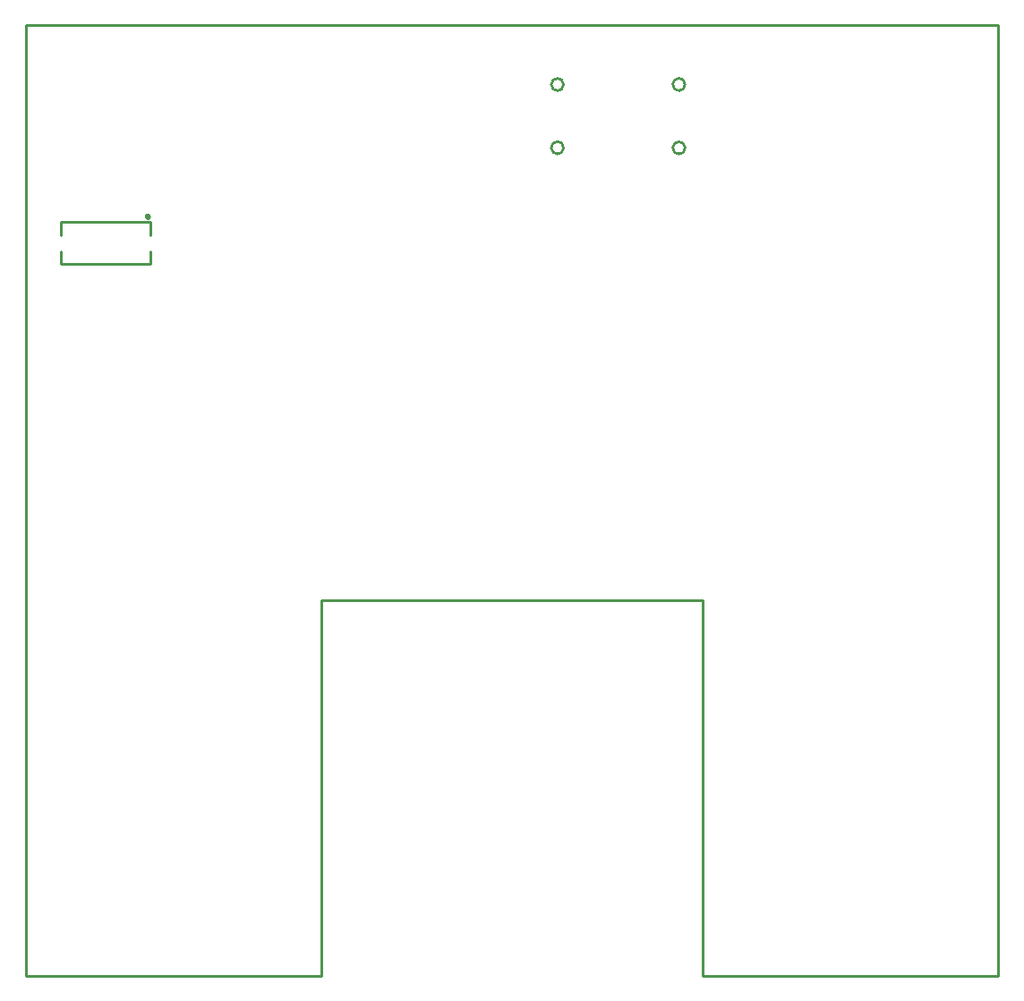
<source format=gko>
G04*
G04 #@! TF.GenerationSoftware,Altium Limited,Altium Designer,20.2.6 (244)*
G04*
G04 Layer_Color=16711935*
%FSLAX24Y24*%
%MOIN*%
G70*
G04*
G04 #@! TF.SameCoordinates,FA5C595E-BAF6-4CA8-81BB-533EFFED9D24*
G04*
G04*
G04 #@! TF.FilePolarity,Positive*
G04*
G01*
G75*
%ADD11C,0.0100*%
D11*
X40855Y39783D02*
G03*
X40855Y39783I-230J0D01*
G01*
Y37424D02*
G03*
X40855Y37424I-230J0D01*
G01*
X36330D02*
G03*
X36330Y37424I-230J0D01*
G01*
Y39783D02*
G03*
X36330Y39783I-230J0D01*
G01*
X20921Y34850D02*
G03*
X20921Y34850I-71J0D01*
G01*
X41520Y6570D02*
Y20570D01*
X27300D02*
X41520D01*
X17600Y34650D02*
X20950D01*
X17600Y33100D02*
X20950D01*
X17600Y33125D02*
Y33575D01*
Y34175D02*
Y34625D01*
X20950Y34175D02*
Y34625D01*
Y33125D02*
Y33575D01*
X27300Y6570D02*
Y20570D01*
X41520Y6570D02*
X52520D01*
X16300D02*
X27300D01*
X16300D02*
Y42000D01*
X52520Y6570D02*
Y42000D01*
X16300D02*
X52520D01*
M02*

</source>
